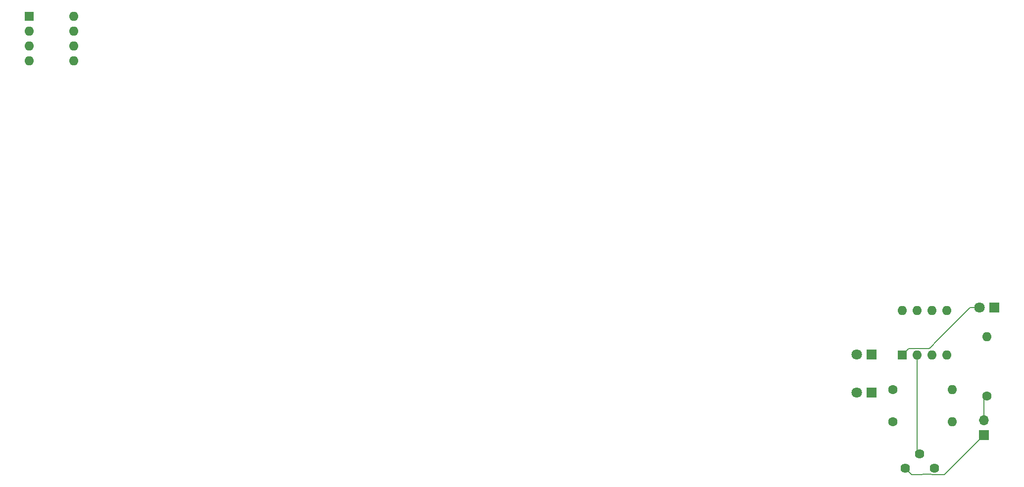
<source format=gbr>
%TF.GenerationSoftware,KiCad,Pcbnew,8.0.8-8.0.8-0~ubuntu24.04.1*%
%TF.CreationDate,2025-05-21T20:48:50+05:30*%
%TF.ProjectId,2,322e6b69-6361-4645-9f70-636258585858,rev?*%
%TF.SameCoordinates,Original*%
%TF.FileFunction,Copper,L2,Bot*%
%TF.FilePolarity,Positive*%
%FSLAX46Y46*%
G04 Gerber Fmt 4.6, Leading zero omitted, Abs format (unit mm)*
G04 Created by KiCad (PCBNEW 8.0.8-8.0.8-0~ubuntu24.04.1) date 2025-05-21 20:48:50*
%MOMM*%
%LPD*%
G01*
G04 APERTURE LIST*
%TA.AperFunction,ComponentPad*%
%ADD10R,1.800000X1.800000*%
%TD*%
%TA.AperFunction,ComponentPad*%
%ADD11C,1.800000*%
%TD*%
%TA.AperFunction,ComponentPad*%
%ADD12C,1.620000*%
%TD*%
%TA.AperFunction,ComponentPad*%
%ADD13R,1.600000X1.600000*%
%TD*%
%TA.AperFunction,ComponentPad*%
%ADD14O,1.600000X1.600000*%
%TD*%
%TA.AperFunction,ComponentPad*%
%ADD15R,1.700000X1.700000*%
%TD*%
%TA.AperFunction,ComponentPad*%
%ADD16O,1.700000X1.700000*%
%TD*%
%TA.AperFunction,ComponentPad*%
%ADD17C,1.600000*%
%TD*%
%TA.AperFunction,Conductor*%
%ADD18C,0.200000*%
%TD*%
G04 APERTURE END LIST*
D10*
%TO.P,IR LED,1,K*%
%TO.N,Net-(IR1-K)*%
X145270000Y-66000000D03*
D11*
%TO.P,IR LED,2,A*%
%TO.N,Net-(IR1-A)*%
X142730000Y-66000000D03*
%TD*%
D10*
%TO.P,PHOTODIODE,1,K*%
%TO.N,Net-(PHOTODIODE1-K)*%
X145270000Y-59500000D03*
D11*
%TO.P,PHOTODIODE,2,A*%
%TO.N,Net-(IR1-A)*%
X142730000Y-59500000D03*
%TD*%
D12*
%TO.P,10K-PONTENTIOMETER,1,1*%
%TO.N,Net-(IR1-A)*%
X151000000Y-79000000D03*
%TO.P,10K-PONTENTIOMETER,2,2*%
%TO.N,Net-(U1A--)*%
X153500000Y-76500000D03*
%TO.P,10K-PONTENTIOMETER,3,3*%
%TO.N,Net-(POWER1-Pin_2)*%
X156000000Y-79000000D03*
%TD*%
D10*
%TO.P,LED,1,K*%
%TO.N,Net-(LED1-K)*%
X166270000Y-51500000D03*
D11*
%TO.P,LED,2,A*%
%TO.N,Net-(LED1-A)*%
X163730000Y-51500000D03*
%TD*%
D13*
%TO.P,LM358,1*%
%TO.N,N/C*%
X1125000Y-1575000D03*
D14*
%TO.P,LM358,2*%
X1125000Y-4115000D03*
%TO.P,LM358,3*%
X1125000Y-6655000D03*
%TO.P,LM358,4*%
X1125000Y-9195000D03*
%TO.P,LM358,5,+*%
%TO.N,unconnected-(LM358B-+-Pad5)*%
X8745000Y-9195000D03*
%TO.P,LM358,6,-*%
%TO.N,unconnected-(LM358B---Pad6)*%
X8745000Y-6655000D03*
%TO.P,LM358,7*%
%TO.N,unconnected-(LM358-Pad7)*%
X8745000Y-4115000D03*
%TO.P,LM358,8*%
%TO.N,N/C*%
X8745000Y-1575000D03*
%TD*%
D15*
%TO.P,POWER,1,Pin_1*%
%TO.N,Net-(IR1-A)*%
X164500000Y-73275000D03*
D16*
%TO.P,POWER,2,Pin_2*%
%TO.N,Net-(POWER1-Pin_2)*%
X164500000Y-70735000D03*
%TD*%
D17*
%TO.P,220R,1*%
%TO.N,Net-(POWER1-Pin_2)*%
X165000000Y-66580000D03*
D14*
%TO.P,220R,2*%
%TO.N,Net-(LED1-K)*%
X165000000Y-56420000D03*
%TD*%
D13*
%TO.P,LM358,1*%
%TO.N,Net-(LED1-A)*%
X150460000Y-59620000D03*
D14*
%TO.P,LM358,2,-*%
%TO.N,Net-(U1A--)*%
X153000000Y-59620000D03*
%TO.P,LM358,3,+*%
%TO.N,Net-(PHOTODIODE1-K)*%
X155540000Y-59620000D03*
%TO.P,LM358,4,V-*%
%TO.N,Net-(POWER1-Pin_2)*%
X158080000Y-59620000D03*
%TO.P,LM358,5*%
%TO.N,N/C*%
X158080000Y-52000000D03*
%TO.P,LM358,6*%
X155540000Y-52000000D03*
%TO.P,LM358,7*%
X153000000Y-52000000D03*
%TO.P,LM358,8,V+*%
%TO.N,Net-(IR1-A)*%
X150460000Y-52000000D03*
%TD*%
D17*
%TO.P,10KR,1*%
%TO.N,Net-(PHOTODIODE1-K)*%
X148920000Y-65500000D03*
D14*
%TO.P,10KR,2*%
%TO.N,Net-(POWER1-Pin_2)*%
X159080000Y-65500000D03*
%TD*%
D17*
%TO.P,220R,1*%
%TO.N,Net-(IR1-K)*%
X148920000Y-71000000D03*
D14*
%TO.P,220R,2*%
%TO.N,Net-(POWER1-Pin_2)*%
X159080000Y-71000000D03*
%TD*%
D18*
%TO.N,Net-(U1A--)*%
X153000000Y-76000000D02*
X153500000Y-76500000D01*
X153000000Y-59620000D02*
X153000000Y-76000000D01*
%TO.N,Net-(IR1-A)*%
X155430222Y-80000000D02*
X155540222Y-80110000D01*
X154000000Y-80000000D02*
X155430222Y-80000000D01*
X152110000Y-80110000D02*
X153890000Y-80110000D01*
X151000000Y-79000000D02*
X152110000Y-80110000D01*
X153890000Y-80110000D02*
X154000000Y-80000000D01*
X157665000Y-80110000D02*
X164500000Y-73275000D01*
X155540222Y-80110000D02*
X157665000Y-80110000D01*
%TO.N,Net-(POWER1-Pin_2)*%
X156000000Y-79000000D02*
X156500000Y-79000000D01*
X164500000Y-67080000D02*
X165000000Y-66580000D01*
X164500000Y-70735000D02*
X164500000Y-67080000D01*
%TO.N,Net-(LED1-A)*%
X163730000Y-51500000D02*
X162104365Y-51500000D01*
X162104365Y-51500000D02*
X156552183Y-57052183D01*
X155302183Y-58302183D02*
X155084365Y-58520000D01*
X156552183Y-57052183D02*
X155302183Y-58302183D01*
X155084365Y-58520000D02*
X151560000Y-58520000D01*
X151560000Y-58520000D02*
X150460000Y-59620000D01*
%TD*%
M02*

</source>
